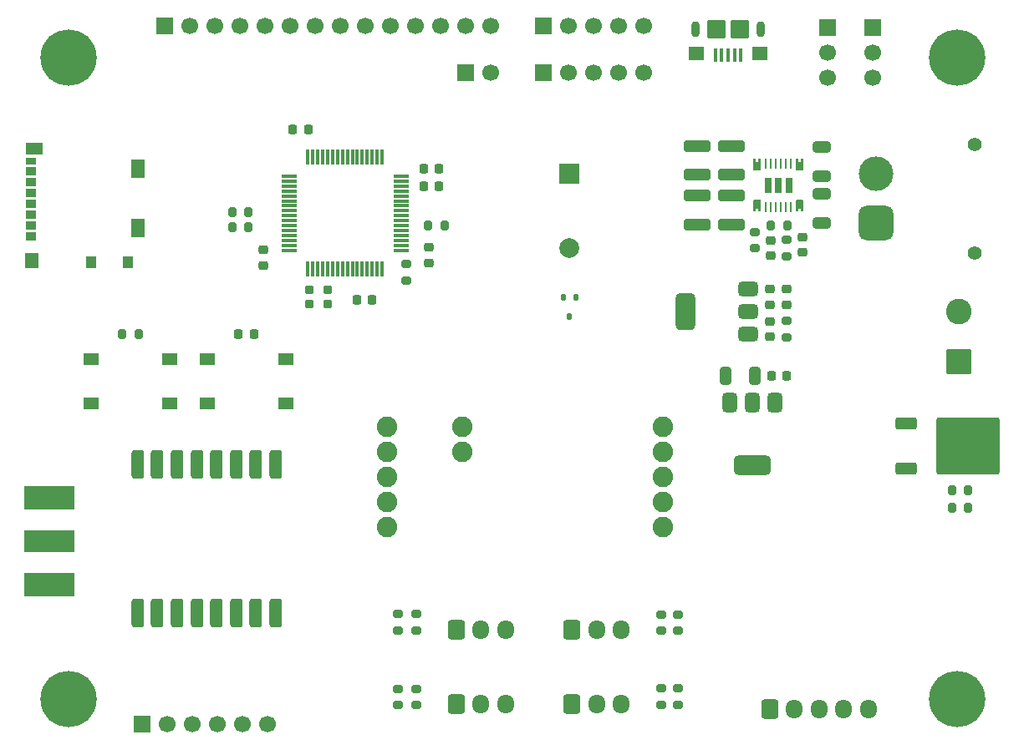
<source format=gts>
%TF.GenerationSoftware,KiCad,Pcbnew,9.0.5*%
%TF.CreationDate,2025-10-16T12:34:50-04:00*%
%TF.ProjectId,INFERNO,494e4645-524e-44f2-9e6b-696361645f70,rev?*%
%TF.SameCoordinates,Original*%
%TF.FileFunction,Soldermask,Top*%
%TF.FilePolarity,Negative*%
%FSLAX46Y46*%
G04 Gerber Fmt 4.6, Leading zero omitted, Abs format (unit mm)*
G04 Created by KiCad (PCBNEW 9.0.5) date 2025-10-16 12:34:50*
%MOMM*%
%LPD*%
G01*
G04 APERTURE LIST*
G04 Aperture macros list*
%AMRoundRect*
0 Rectangle with rounded corners*
0 $1 Rounding radius*
0 $2 $3 $4 $5 $6 $7 $8 $9 X,Y pos of 4 corners*
0 Add a 4 corners polygon primitive as box body*
4,1,4,$2,$3,$4,$5,$6,$7,$8,$9,$2,$3,0*
0 Add four circle primitives for the rounded corners*
1,1,$1+$1,$2,$3*
1,1,$1+$1,$4,$5*
1,1,$1+$1,$6,$7*
1,1,$1+$1,$8,$9*
0 Add four rect primitives between the rounded corners*
20,1,$1+$1,$2,$3,$4,$5,0*
20,1,$1+$1,$4,$5,$6,$7,0*
20,1,$1+$1,$6,$7,$8,$9,0*
20,1,$1+$1,$8,$9,$2,$3,0*%
G04 Aperture macros list end*
%ADD10C,0.000000*%
%ADD11RoundRect,0.200000X0.275000X-0.200000X0.275000X0.200000X-0.275000X0.200000X-0.275000X-0.200000X0*%
%ADD12RoundRect,0.250000X-0.600000X-0.725000X0.600000X-0.725000X0.600000X0.725000X-0.600000X0.725000X0*%
%ADD13O,1.700000X1.950000*%
%ADD14R,1.100000X0.850000*%
%ADD15R,1.100000X0.750000*%
%ADD16R,1.000000X1.200000*%
%ADD17R,1.350000X1.550000*%
%ADD18R,1.350000X1.900000*%
%ADD19R,1.800000X1.170000*%
%ADD20RoundRect,0.375000X-0.375000X0.625000X-0.375000X-0.625000X0.375000X-0.625000X0.375000X0.625000X0*%
%ADD21RoundRect,0.500000X-1.400000X0.500000X-1.400000X-0.500000X1.400000X-0.500000X1.400000X0.500000X0*%
%ADD22C,3.600000*%
%ADD23C,5.700000*%
%ADD24RoundRect,0.250000X1.050000X-1.050000X1.050000X1.050000X-1.050000X1.050000X-1.050000X-1.050000X0*%
%ADD25C,2.600000*%
%ADD26R,1.700000X1.700000*%
%ADD27C,1.700000*%
%ADD28RoundRect,0.200000X0.200000X0.275000X-0.200000X0.275000X-0.200000X-0.275000X0.200000X-0.275000X0*%
%ADD29RoundRect,0.225000X-0.250000X0.225000X-0.250000X-0.225000X0.250000X-0.225000X0.250000X0.225000X0*%
%ADD30RoundRect,0.375000X0.625000X0.375000X-0.625000X0.375000X-0.625000X-0.375000X0.625000X-0.375000X0*%
%ADD31RoundRect,0.500000X0.500000X1.400000X-0.500000X1.400000X-0.500000X-1.400000X0.500000X-1.400000X0*%
%ADD32RoundRect,0.200000X-0.200000X-0.275000X0.200000X-0.275000X0.200000X0.275000X-0.200000X0.275000X0*%
%ADD33C,0.573194*%
%ADD34R,0.249999X1.000000*%
%ADD35C,0.675000*%
%ADD36R,0.800001X1.599999*%
%ADD37RoundRect,0.317500X0.317500X-1.157500X0.317500X1.157500X-0.317500X1.157500X-0.317500X-1.157500X0*%
%ADD38RoundRect,0.100000X0.100000X0.575000X-0.100000X0.575000X-0.100000X-0.575000X0.100000X-0.575000X0*%
%ADD39O,0.900000X1.600000*%
%ADD40RoundRect,0.250000X0.550000X0.450000X-0.550000X0.450000X-0.550000X-0.450000X0.550000X-0.450000X0*%
%ADD41RoundRect,0.250000X0.700000X0.700000X-0.700000X0.700000X-0.700000X-0.700000X0.700000X-0.700000X0*%
%ADD42RoundRect,0.250000X-1.100000X0.325000X-1.100000X-0.325000X1.100000X-0.325000X1.100000X0.325000X0*%
%ADD43RoundRect,0.200000X-0.275000X0.200000X-0.275000X-0.200000X0.275000X-0.200000X0.275000X0.200000X0*%
%ADD44RoundRect,0.250000X0.650000X-0.325000X0.650000X0.325000X-0.650000X0.325000X-0.650000X-0.325000X0*%
%ADD45RoundRect,0.225000X0.225000X0.250000X-0.225000X0.250000X-0.225000X-0.250000X0.225000X-0.250000X0*%
%ADD46RoundRect,0.225000X0.250000X-0.225000X0.250000X0.225000X-0.250000X0.225000X-0.250000X-0.225000X0*%
%ADD47R,5.080000X2.290000*%
%ADD48R,5.080000X2.420000*%
%ADD49R,2.000000X2.000000*%
%ADD50C,2.000000*%
%ADD51RoundRect,0.225000X-0.225000X-0.250000X0.225000X-0.250000X0.225000X0.250000X-0.225000X0.250000X0*%
%ADD52RoundRect,0.200000X0.250000X-0.200000X0.250000X0.200000X-0.250000X0.200000X-0.250000X-0.200000X0*%
%ADD53RoundRect,0.250000X1.100000X-0.325000X1.100000X0.325000X-1.100000X0.325000X-1.100000X-0.325000X0*%
%ADD54RoundRect,0.218750X0.256250X-0.218750X0.256250X0.218750X-0.256250X0.218750X-0.256250X-0.218750X0*%
%ADD55RoundRect,0.250000X-0.325000X-0.650000X0.325000X-0.650000X0.325000X0.650000X-0.325000X0.650000X0*%
%ADD56R,1.550000X1.300000*%
%ADD57C,1.400000*%
%ADD58RoundRect,0.770000X-0.980000X0.980000X-0.980000X-0.980000X0.980000X-0.980000X0.980000X0.980000X0*%
%ADD59C,3.500000*%
%ADD60RoundRect,0.112500X0.112500X0.237500X-0.112500X0.237500X-0.112500X-0.237500X0.112500X-0.237500X0*%
%ADD61RoundRect,0.075000X0.075000X-0.700000X0.075000X0.700000X-0.075000X0.700000X-0.075000X-0.700000X0*%
%ADD62RoundRect,0.075000X0.700000X-0.075000X0.700000X0.075000X-0.700000X0.075000X-0.700000X-0.075000X0*%
%ADD63C,2.083600*%
%ADD64RoundRect,0.250000X-0.650000X0.325000X-0.650000X-0.325000X0.650000X-0.325000X0.650000X0.325000X0*%
%ADD65RoundRect,0.250000X-0.850000X-0.350000X0.850000X-0.350000X0.850000X0.350000X-0.850000X0.350000X0*%
%ADD66RoundRect,0.249997X-2.950003X-2.650003X2.950003X-2.650003X2.950003X2.650003X-2.950003X2.650003X0*%
G04 APERTURE END LIST*
D10*
%TO.C,U4*%
G36*
X204569573Y-95190466D02*
G01*
X204619573Y-95240463D01*
X204619573Y-95483465D01*
X204652572Y-95516465D01*
X204835572Y-95516465D01*
X204869572Y-95489465D01*
X204869572Y-95241464D01*
X204919572Y-95191464D01*
X205069572Y-95191464D01*
X205119572Y-95241464D01*
X205119574Y-96340464D01*
X205069572Y-96390464D01*
X204419573Y-96390466D01*
X204369573Y-96340464D01*
X204369573Y-95240463D01*
X204419573Y-95190464D01*
X204569573Y-95190466D01*
G37*
G36*
X205069572Y-99392464D02*
G01*
X205119574Y-99442464D01*
X205119572Y-100541464D01*
X205069572Y-100591464D01*
X204919572Y-100591464D01*
X204869572Y-100541464D01*
X204869572Y-100293463D01*
X204835572Y-100266463D01*
X204652572Y-100266463D01*
X204619573Y-100299463D01*
X204619573Y-100542465D01*
X204569573Y-100592462D01*
X204419573Y-100592464D01*
X204369573Y-100542465D01*
X204369573Y-99442464D01*
X204419573Y-99392462D01*
X205069572Y-99392464D01*
G37*
G36*
X208869572Y-95190466D02*
G01*
X208919572Y-95240463D01*
X208919572Y-95483465D01*
X208952571Y-95516465D01*
X209135571Y-95516465D01*
X209169571Y-95489465D01*
X209169571Y-95241464D01*
X209219571Y-95191464D01*
X209369571Y-95191464D01*
X209419573Y-95241464D01*
X209419573Y-96340464D01*
X209369571Y-96390464D01*
X208719572Y-96390466D01*
X208669572Y-96340464D01*
X208669572Y-95240463D01*
X208719572Y-95190464D01*
X208869572Y-95190466D01*
G37*
G36*
X209369571Y-99392464D02*
G01*
X209419573Y-99442464D01*
X209419573Y-100541464D01*
X209369571Y-100591464D01*
X209219571Y-100591464D01*
X209169571Y-100541464D01*
X209169571Y-100293463D01*
X209135571Y-100266463D01*
X208952571Y-100266463D01*
X208919572Y-100299463D01*
X208919572Y-100542465D01*
X208869572Y-100592462D01*
X208719572Y-100592464D01*
X208669572Y-100542465D01*
X208669572Y-99442464D01*
X208719572Y-99392462D01*
X209369571Y-99392464D01*
G37*
%TD*%
D11*
%TO.C,R17*%
X207750000Y-113325000D03*
X207750000Y-111675000D03*
%TD*%
D12*
%TO.C,J9*%
X185993279Y-150482633D03*
D13*
X188493279Y-150482633D03*
X190993279Y-150482633D03*
%TD*%
D14*
%TO.C,J1*%
X131175000Y-103085000D03*
X131175000Y-101985000D03*
X131175000Y-100885000D03*
X131175000Y-99785000D03*
X131175000Y-98685000D03*
X131175000Y-97585000D03*
X131175000Y-96485000D03*
D15*
X131175000Y-95435000D03*
D16*
X137325000Y-105720000D03*
X141025000Y-105720000D03*
D17*
X131300000Y-105545000D03*
D18*
X142000000Y-102220000D03*
X142000000Y-96250000D03*
D19*
X131525000Y-94225000D03*
%TD*%
D20*
%TO.C,U5*%
X206550000Y-119950000D03*
X204250000Y-119950000D03*
D21*
X204250000Y-126250000D03*
D20*
X201950000Y-119950000D03*
%TD*%
D22*
%TO.C,H4*%
X135000000Y-150000000D03*
D23*
X135000000Y-150000000D03*
%TD*%
D24*
%TO.C,J15*%
X225172500Y-115795000D03*
D25*
X225172500Y-110715000D03*
%TD*%
D26*
%TO.C,J13*%
X142460000Y-152500000D03*
D27*
X145000000Y-152500000D03*
X147540000Y-152500000D03*
X150080000Y-152500000D03*
X152620000Y-152500000D03*
X155160000Y-152500000D03*
%TD*%
D26*
%TO.C,J7*%
X183070982Y-81739850D03*
D27*
X185610982Y-81739850D03*
X188150982Y-81739850D03*
X190690982Y-81739850D03*
X193230982Y-81739850D03*
%TD*%
D28*
%TO.C,R4*%
X153225000Y-102200000D03*
X151575000Y-102200000D03*
%TD*%
D29*
%TO.C,C14*%
X209344572Y-103141464D03*
X209344572Y-104691464D03*
%TD*%
D26*
%TO.C,J8*%
X144777112Y-81762287D03*
D27*
X147317112Y-81762287D03*
X149857112Y-81762287D03*
X152397112Y-81762287D03*
X154937112Y-81762287D03*
X157477112Y-81762287D03*
X160017112Y-81762287D03*
X162557112Y-81762287D03*
X165097112Y-81762287D03*
X167637112Y-81762287D03*
X170177112Y-81762287D03*
X172717112Y-81762287D03*
X175257112Y-81762287D03*
X177797112Y-81762287D03*
%TD*%
D26*
%TO.C,J17*%
X175250000Y-86475000D03*
D27*
X177790000Y-86475000D03*
%TD*%
D30*
%TO.C,U6*%
X203800000Y-113025000D03*
X203800000Y-110725000D03*
D31*
X197500000Y-110725000D03*
D30*
X203800000Y-108425000D03*
%TD*%
D28*
%TO.C,R2*%
X226125000Y-130602500D03*
X224475000Y-130602500D03*
%TD*%
D11*
%TO.C,R15*%
X195000000Y-143075000D03*
X195000000Y-141425000D03*
%TD*%
D32*
%TO.C,R1*%
X140425000Y-113000000D03*
X142075000Y-113000000D03*
%TD*%
D33*
%TO.C,U4*%
X204744508Y-99948023D03*
D34*
X205644572Y-100091465D03*
X206144571Y-100091465D03*
X206644572Y-100091465D03*
X207144572Y-100091465D03*
X207644573Y-100091465D03*
X208144572Y-100091465D03*
D33*
X209044507Y-99948023D03*
D35*
X209044573Y-96015466D03*
D34*
X208144572Y-95691463D03*
X207644573Y-95691463D03*
X207144572Y-95691463D03*
X206644572Y-95691463D03*
X206144571Y-95691463D03*
X205644572Y-95691463D03*
D35*
X204744574Y-96015466D03*
D36*
X205844572Y-97891464D03*
X206894572Y-97891464D03*
X207944572Y-97891464D03*
%TD*%
D37*
%TO.C,U1*%
X142000000Y-141275000D03*
X144000000Y-141275000D03*
X146000000Y-141275000D03*
X148000000Y-141275000D03*
X150000000Y-141275000D03*
X152000000Y-141275000D03*
X154000000Y-141275000D03*
X156000000Y-141275000D03*
X156000000Y-126225000D03*
X154000000Y-126225000D03*
X152000000Y-126225000D03*
X150000000Y-126225000D03*
X148000000Y-126225000D03*
X146000000Y-126225000D03*
X144000000Y-126225000D03*
X142000000Y-126225000D03*
%TD*%
D32*
%TO.C,R6*%
X224475000Y-128852500D03*
X226125000Y-128852500D03*
%TD*%
%TO.C,R18*%
X206125899Y-101985718D03*
X207775899Y-101985718D03*
%TD*%
D38*
%TO.C,J16*%
X203107112Y-84737287D03*
X202457112Y-84737287D03*
X201807112Y-84737287D03*
X201157112Y-84737287D03*
X200507112Y-84737287D03*
D39*
X205107112Y-82062287D03*
D40*
X205007112Y-84512287D03*
D41*
X203007112Y-82062287D03*
X200607112Y-82062287D03*
D40*
X198607112Y-84512287D03*
D39*
X198507112Y-82062287D03*
%TD*%
D11*
%TO.C,R14*%
X195000000Y-150575000D03*
X195000000Y-148925000D03*
%TD*%
D42*
%TO.C,C18*%
X202144572Y-93916464D03*
X202144572Y-96866464D03*
%TD*%
D43*
%TO.C,R13*%
X196750000Y-141425000D03*
X196750000Y-143075000D03*
%TD*%
%TO.C,R19*%
X207750899Y-103460718D03*
X207750899Y-105110718D03*
%TD*%
D22*
%TO.C,H2*%
X224972319Y-84996615D03*
D23*
X224972319Y-84996615D03*
%TD*%
D43*
%TO.C,R16*%
X204550899Y-102660718D03*
X204550899Y-104310718D03*
%TD*%
D42*
%TO.C,C15*%
X198644572Y-93916464D03*
X198644572Y-96866464D03*
%TD*%
D44*
%TO.C,C8*%
X211250000Y-101725000D03*
X211250000Y-98775000D03*
%TD*%
D45*
%TO.C,C10*%
X207750000Y-117250000D03*
X206200000Y-117250000D03*
%TD*%
D43*
%TO.C,R11*%
X168400000Y-141375000D03*
X168400000Y-143025000D03*
%TD*%
D26*
%TO.C,J12*%
X183081184Y-86497856D03*
D27*
X185621184Y-86497856D03*
X188161184Y-86497856D03*
X190701184Y-86497856D03*
X193241184Y-86497856D03*
%TD*%
D46*
%TO.C,C19*%
X206144572Y-105066464D03*
X206144572Y-103516464D03*
%TD*%
D47*
%TO.C,J2*%
X133070000Y-134000000D03*
D48*
X133070000Y-129620000D03*
X133070000Y-138380000D03*
%TD*%
D12*
%TO.C,J4*%
X174250000Y-150500000D03*
D13*
X176750000Y-150500000D03*
X179250000Y-150500000D03*
%TD*%
D49*
%TO.C,BZ1*%
X185750000Y-96700000D03*
D50*
X185750000Y-104300000D03*
%TD*%
D51*
%TO.C,C1*%
X152225000Y-113000000D03*
X153775000Y-113000000D03*
%TD*%
%TO.C,C2*%
X170975000Y-98000000D03*
X172525000Y-98000000D03*
%TD*%
D43*
%TO.C,R12*%
X196750000Y-148925000D03*
X196750000Y-150575000D03*
%TD*%
D29*
%TO.C,C13*%
X206000000Y-108450000D03*
X206000000Y-110000000D03*
%TD*%
D43*
%TO.C,R7*%
X169250000Y-105925000D03*
X169250000Y-107575000D03*
%TD*%
D52*
%TO.C,Y1*%
X159400000Y-109950000D03*
X161250000Y-109950000D03*
X161250000Y-108500000D03*
X159400000Y-108500000D03*
%TD*%
D51*
%TO.C,C6*%
X170975000Y-96250000D03*
X172525000Y-96250000D03*
%TD*%
D53*
%TO.C,C16*%
X198644572Y-101866464D03*
X198644572Y-98916464D03*
%TD*%
D54*
%TO.C,D1*%
X207750000Y-110037500D03*
X207750000Y-108462500D03*
%TD*%
D12*
%TO.C,J3*%
X206000000Y-151000000D03*
D13*
X208500000Y-151000000D03*
X211000000Y-151000000D03*
X213500000Y-151000000D03*
X216000000Y-151000000D03*
%TD*%
D55*
%TO.C,C12*%
X201550000Y-117250000D03*
X204500000Y-117250000D03*
%TD*%
D29*
%TO.C,C3*%
X171500000Y-104225000D03*
X171500000Y-105775000D03*
%TD*%
D56*
%TO.C,SW2*%
X149050000Y-115500000D03*
X157000000Y-115500000D03*
X149050000Y-120000000D03*
X157000000Y-120000000D03*
%TD*%
D43*
%TO.C,R10*%
X168400000Y-148975000D03*
X168400000Y-150625000D03*
%TD*%
D45*
%TO.C,C4*%
X165775000Y-109500000D03*
X164225000Y-109500000D03*
%TD*%
D12*
%TO.C,J5*%
X174250000Y-143000000D03*
D13*
X176750000Y-143000000D03*
X179250000Y-143000000D03*
%TD*%
D53*
%TO.C,C17*%
X202144572Y-101866464D03*
X202144572Y-98916464D03*
%TD*%
D51*
%TO.C,C7*%
X157725000Y-92250000D03*
X159275000Y-92250000D03*
%TD*%
D46*
%TO.C,C5*%
X154750000Y-106025000D03*
X154750000Y-104475000D03*
%TD*%
D57*
%TO.C,J14*%
X226750000Y-93750000D03*
X226750000Y-104750000D03*
D58*
X216750000Y-101750000D03*
D59*
X216750000Y-96750000D03*
%TD*%
D11*
%TO.C,R8*%
X170200000Y-150625000D03*
X170200000Y-148975000D03*
%TD*%
D26*
%TO.C,J11*%
X216461367Y-81902576D03*
D27*
X216461367Y-84442576D03*
X216461367Y-86982576D03*
%TD*%
D60*
%TO.C,Q1*%
X186400000Y-109250000D03*
X185100000Y-109250000D03*
X185750000Y-111250000D03*
%TD*%
D11*
%TO.C,R9*%
X170200000Y-143025000D03*
X170200000Y-141375000D03*
%TD*%
D12*
%TO.C,J10*%
X185993279Y-142982633D03*
D13*
X188493279Y-142982633D03*
X190993279Y-142982633D03*
%TD*%
D32*
%TO.C,R3*%
X171425000Y-102000000D03*
X173075000Y-102000000D03*
%TD*%
D28*
%TO.C,R5*%
X153225000Y-100600000D03*
X151575000Y-100600000D03*
%TD*%
D61*
%TO.C,U2*%
X159250000Y-106425000D03*
X159750000Y-106425000D03*
X160250000Y-106425000D03*
X160750000Y-106425000D03*
X161250000Y-106425000D03*
X161750000Y-106425000D03*
X162250000Y-106425000D03*
X162750000Y-106425000D03*
X163250000Y-106425000D03*
X163750000Y-106425000D03*
X164250000Y-106425000D03*
X164750000Y-106425000D03*
X165250000Y-106425000D03*
X165750000Y-106425000D03*
X166250000Y-106425000D03*
X166750000Y-106425000D03*
D62*
X168675000Y-104500000D03*
X168675000Y-104000000D03*
X168675000Y-103500000D03*
X168675000Y-103000000D03*
X168675000Y-102500000D03*
X168675000Y-102000000D03*
X168675000Y-101500000D03*
X168675000Y-101000000D03*
X168675000Y-100500000D03*
X168675000Y-100000000D03*
X168675000Y-99500000D03*
X168675000Y-99000000D03*
X168675000Y-98500000D03*
X168675000Y-98000000D03*
X168675000Y-97500000D03*
X168675000Y-97000000D03*
D61*
X166750000Y-95075000D03*
X166250000Y-95075000D03*
X165750000Y-95075000D03*
X165250000Y-95075000D03*
X164750000Y-95075000D03*
X164250000Y-95075000D03*
X163750000Y-95075000D03*
X163250000Y-95075000D03*
X162750000Y-95075000D03*
X162250000Y-95075000D03*
X161750000Y-95075000D03*
X161250000Y-95075000D03*
X160750000Y-95075000D03*
X160250000Y-95075000D03*
X159750000Y-95075000D03*
X159250000Y-95075000D03*
D62*
X157325000Y-97000000D03*
X157325000Y-97500000D03*
X157325000Y-98000000D03*
X157325000Y-98500000D03*
X157325000Y-99000000D03*
X157325000Y-99500000D03*
X157325000Y-100000000D03*
X157325000Y-100500000D03*
X157325000Y-101000000D03*
X157325000Y-101500000D03*
X157325000Y-102000000D03*
X157325000Y-102500000D03*
X157325000Y-103000000D03*
X157325000Y-103500000D03*
X157325000Y-104000000D03*
X157325000Y-104500000D03*
%TD*%
D63*
%TO.C,U3*%
X195206143Y-132550325D03*
X195206143Y-130010325D03*
X195206143Y-127470325D03*
X195206143Y-124930325D03*
X195206143Y-122390325D03*
X167266143Y-122390325D03*
X167266143Y-124930325D03*
X167266143Y-127470325D03*
X167266143Y-130010325D03*
X167266143Y-132550325D03*
X174886143Y-124930325D03*
X174886143Y-122390325D03*
%TD*%
D64*
%TO.C,C9*%
X211250000Y-94025000D03*
X211250000Y-96975000D03*
%TD*%
D46*
%TO.C,C11*%
X206000000Y-113250000D03*
X206000000Y-111700000D03*
%TD*%
D22*
%TO.C,H1*%
X135000000Y-85000000D03*
D23*
X135000000Y-85000000D03*
%TD*%
D22*
%TO.C,H3*%
X225000000Y-150000000D03*
D23*
X225000000Y-150000000D03*
%TD*%
D56*
%TO.C,SW1*%
X137275000Y-115500000D03*
X145225000Y-115500000D03*
X137275000Y-120000000D03*
X145225000Y-120000000D03*
%TD*%
D65*
%TO.C,Q2*%
X219800000Y-122042500D03*
D66*
X226100000Y-124322500D03*
D65*
X219800000Y-126602500D03*
%TD*%
D26*
%TO.C,J6*%
X211861367Y-81902576D03*
D27*
X211861367Y-84442576D03*
X211861367Y-86982576D03*
%TD*%
M02*

</source>
